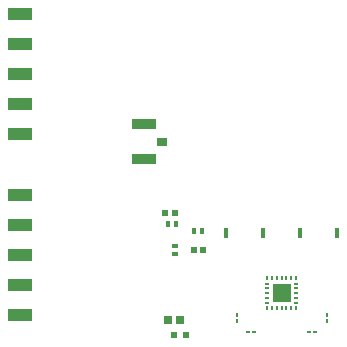
<source format=gbp>
G04*
G04 #@! TF.GenerationSoftware,Altium Limited,Altium Designer,25.8.1 (18)*
G04*
G04 Layer_Color=128*
%FSLAX26Y26*%
%MOIN*%
G70*
G04*
G04 #@! TF.SameCoordinates,AB66D781-FBCB-4B57-8275-DC7DE2197C71*
G04*
G04*
G04 #@! TF.FilePolarity,Positive*
G04*
G01*
G75*
%ADD20R,0.012950X0.033489*%
%ADD21R,0.010344X0.013941*%
%ADD22R,0.013941X0.010344*%
%ADD27R,0.013000X0.010000*%
%ADD28R,0.010000X0.013000*%
%ADD29R,0.059000X0.059000*%
%ADD38R,0.023622X0.023622*%
%ADD39R,0.078740X0.040157*%
%ADD40R,0.018432X0.018601*%
G04:AMPARAMS|DCode=41|XSize=21.654mil|YSize=19.685mil|CornerRadius=2.461mil|HoleSize=0mil|Usage=FLASHONLY|Rotation=90.000|XOffset=0mil|YOffset=0mil|HoleType=Round|Shape=RoundedRectangle|*
%AMROUNDEDRECTD41*
21,1,0.021654,0.014764,0,0,90.0*
21,1,0.016732,0.019685,0,0,90.0*
1,1,0.004921,0.007382,0.008366*
1,1,0.004921,0.007382,-0.008366*
1,1,0.004921,-0.007382,-0.008366*
1,1,0.004921,-0.007382,0.008366*
%
%ADD41ROUNDEDRECTD41*%
%ADD42R,0.011811X0.019685*%
%ADD43R,0.019685X0.011811*%
%ADD44R,0.029921X0.028346*%
%ADD47R,0.033465X0.031496*%
%ADD48R,0.078740X0.035433*%
D20*
X678169Y416339D02*
D03*
X554902Y416339D02*
D03*
X431634Y416339D02*
D03*
X308366Y416339D02*
D03*
D21*
X343110Y142520D02*
D03*
X343110Y122496D02*
D03*
X643425Y142520D02*
D03*
X643425Y122496D02*
D03*
D22*
X606363Y86079D02*
D03*
X586339Y86079D02*
D03*
X380172Y86079D02*
D03*
X400197Y86079D02*
D03*
D27*
X542768Y184504D02*
D03*
X542768Y200252D02*
D03*
X542768Y216000D02*
D03*
X542768Y231748D02*
D03*
X542768Y247496D02*
D03*
X443768Y247496D02*
D03*
X443768Y231748D02*
D03*
X443768Y216000D02*
D03*
X443768Y200252D02*
D03*
X443768Y184504D02*
D03*
D28*
X540512Y265500D02*
D03*
X524764Y265500D02*
D03*
X509016Y265500D02*
D03*
X493268Y265500D02*
D03*
X477520Y265500D02*
D03*
X461772Y265500D02*
D03*
X446024Y265500D02*
D03*
X446024Y166500D02*
D03*
X461772Y166500D02*
D03*
X477520Y166500D02*
D03*
X493268Y166500D02*
D03*
X509016Y166500D02*
D03*
X524764Y166500D02*
D03*
X540512Y166500D02*
D03*
D29*
X493268Y216000D02*
D03*
D38*
X174669Y76000D02*
D03*
X133331Y76000D02*
D03*
D39*
X-378307Y746252D02*
D03*
X-378307Y846252D02*
D03*
X-378307Y946252D02*
D03*
X-378307Y1046252D02*
D03*
X-378307Y1146252D02*
D03*
X-377323Y544874D02*
D03*
X-377323Y444874D02*
D03*
X-377323Y344874D02*
D03*
X-377323Y244874D02*
D03*
X-377323Y144874D02*
D03*
D40*
X232205Y360685D02*
D03*
X200540Y360685D02*
D03*
D41*
X104252Y483716D02*
D03*
X139685Y483716D02*
D03*
D42*
X200709Y423677D02*
D03*
X228268Y423677D02*
D03*
X113110Y446315D02*
D03*
X140669Y446315D02*
D03*
D43*
X139685Y374465D02*
D03*
X139685Y346906D02*
D03*
D44*
X154449Y126433D02*
D03*
X115866Y126433D02*
D03*
D47*
X95363Y720926D02*
D03*
D48*
X35356Y779978D02*
D03*
X35352Y661864D02*
D03*
M02*

</source>
